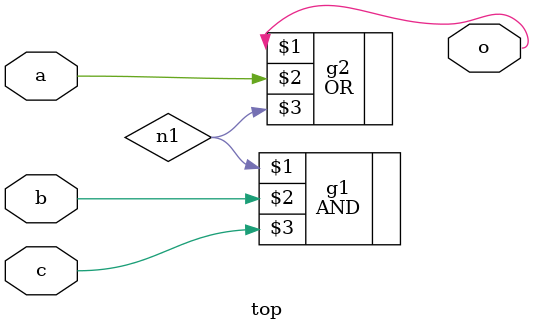
<source format=v>
module top(o, a, b, c);
output o;
input a, b, c;
OR g2(o, a, n1);
AND g1(n1, b, c);
endmodule

</source>
